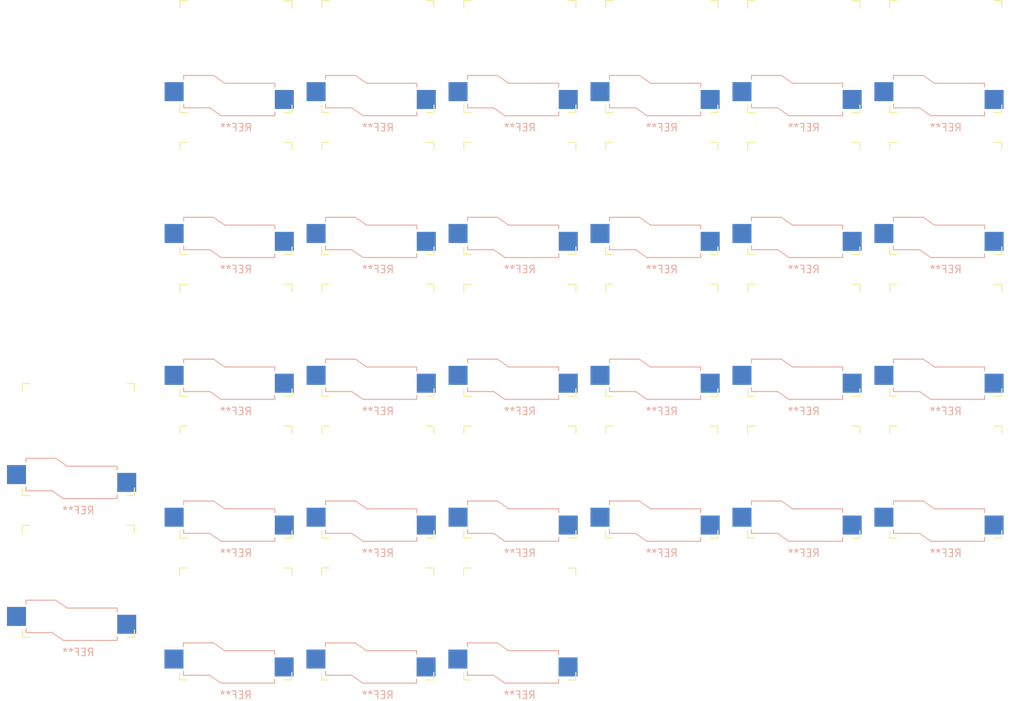
<source format=kicad_pcb>
(kicad_pcb (version 20240108) (generator "pcbnew") (generator_version "8.0")
  (layers (0 "F.Cu" signal) (31 "B.Cu" signal) (34 "B.Paste" user) (35 "F.Paste" user) (36 "B.SilkS" user "B.Silkscreen") (37 "F.SilkS" user "F.Silkscreen") (38 "B.Mask" user) (39 "F.Mask" user) (44 "Edge.Cuts" user))
  (net 0 "")
  (footprint "lowProfileSplit:Gateron_Low_Profile_Socket" (layer "F.Cu") (at 145.475 133.5)
    (property "Reference" "REF**" (at 0 9.5 0) (layer "B.SilkS") (effects (justify mirror)))
    (property "Value" "Gateron_Low_Profile_Socket")
    (pad "" np_thru_hole circle (at -4.4 4.7) (size 3 3) (drill 3) (layers "F&B.Cu" "*.Mask"))
    (pad "" np_thru_hole circle (at 0 0) (size 5.1 5.1) (drill 5.1) (layers "F&B.Cu" "*.Mask"))
    (pad "" np_thru_hole circle (at 2.6 5.75) (size 3 3) (drill 3) (layers "F&B.Cu" "*.Mask"))
    (pad "1" smd rect (at -8.275 4.7) (size 2.55 2.55) (layers "B.Cu" "B.Paste" "B.Mask"))
    (pad "2" smd rect (at 6.475 5.75) (size 2.55 2.55) (layers "B.Cu" "B.Paste" "B.Mask"))
  )
  (footprint "lowProfileSplit:Gateron_Low_Profile_Socket" (layer "F.Cu") (at 183.5 114.5)
    (property "Reference" "REF**" (at 0 9.5 0) (layer "B.SilkS") (effects (justify mirror)))
    (property "Value" "Gateron_Low_Profile_Socket")
    (pad "" np_thru_hole circle (at -4.4 4.7) (size 3 3) (drill 3) (layers "F&B.Cu" "*.Mask"))
    (pad "" np_thru_hole circle (at 0 0) (size 5.1 5.1) (drill 5.1) (layers "F&B.Cu" "*.Mask"))
    (pad "" np_thru_hole circle (at 2.6 5.75) (size 3 3) (drill 3) (layers "F&B.Cu" "*.Mask"))
    (pad "1" smd rect (at -8.275 4.7) (size 2.55 2.55) (layers "B.Cu" "B.Paste" "B.Mask"))
    (pad "2" smd rect (at 6.475 5.75) (size 2.55 2.55) (layers "B.Cu" "B.Paste" "B.Mask"))
  )
  (footprint "lowProfileSplit:Gateron_Low_Profile_Socket" (layer "F.Cu") (at 126.5 114.5)
    (property "Reference" "REF**" (at 0 9.5 0) (layer "B.SilkS") (effects (justify mirror)))
    (property "Value" "Gateron_Low_Profile_Socket")
    (pad "" np_thru_hole circle (at -4.4 4.7) (size 3 3) (drill 3) (layers "F&B.Cu" "*.Mask"))
    (pad "" np_thru_hole circle (at 0 0) (size 5.1 5.1) (drill 5.1) (layers "F&B.Cu" "*.Mask"))
    (pad "" np_thru_hole circle (at 2.6 5.75) (size 3 3) (drill 3) (layers "F&B.Cu" "*.Mask"))
    (pad "1" smd rect (at -8.275 4.7) (size 2.55 2.55) (layers "B.Cu" "B.Paste" "B.Mask"))
    (pad "2" smd rect (at 6.475 5.75) (size 2.55 2.55) (layers "B.Cu" "B.Paste" "B.Mask"))
  )
  (footprint "lowProfileSplit:Gateron_Low_Profile_Socket" (layer "F.Cu") (at 107.5 95.5)
    (property "Reference" "REF**" (at 0 9.5 0) (layer "B.SilkS") (effects (justify mirror)))
    (property "Value" "Gateron_Low_Profile_Socket")
    (pad "" np_thru_hole circle (at -4.4 4.7) (size 3 3) (drill 3) (layers "F&B.Cu" "*.Mask"))
    (pad "" np_thru_hole circle (at 0 0) (size 5.1 5.1) (drill 5.1) (layers "F&B.Cu" "*.Mask"))
    (pad "" np_thru_hole circle (at 2.6 5.75) (size 3 3) (drill 3) (layers "F&B.Cu" "*.Mask"))
    (pad "1" smd rect (at -8.275 4.7) (size 2.55 2.55) (layers "B.Cu" "B.Paste" "B.Mask"))
    (pad "2" smd rect (at 6.475 5.75) (size 2.55 2.55) (layers "B.Cu" "B.Paste" "B.Mask"))
  )
  (footprint "lowProfileSplit:Gateron_Low_Profile_Socket" (layer "F.Cu") (at 126.475 133.5)
    (property "Reference" "REF**" (at 0 9.5 0) (layer "B.SilkS") (effects (justify mirror)))
    (property "Value" "Gateron_Low_Profile_Socket")
    (pad "" np_thru_hole circle (at -4.4 4.7) (size 3 3) (drill 3) (layers "F&B.Cu" "*.Mask"))
    (pad "" np_thru_hole circle (at 0 0) (size 5.1 5.1) (drill 5.1) (layers "F&B.Cu" "*.Mask"))
    (pad "" np_thru_hole circle (at 2.6 5.75) (size 3 3) (drill 3) (layers "F&B.Cu" "*.Mask"))
    (pad "1" smd rect (at -8.275 4.7) (size 2.55 2.55) (layers "B.Cu" "B.Paste" "B.Mask"))
    (pad "2" smd rect (at 6.475 5.75) (size 2.55 2.55) (layers "B.Cu" "B.Paste" "B.Mask"))
  )
  (footprint "lowProfileSplit:Gateron_Low_Profile_Socket" (layer "F.Cu") (at 107.5 76.5)
    (property "Reference" "REF**" (at 0 9.5 0) (layer "B.SilkS") (effects (justify mirror)))
    (property "Value" "Gateron_Low_Profile_Socket")
    (pad "" np_thru_hole circle (at -4.4 4.7) (size 3 3) (drill 3) (layers "F&B.Cu" "*.Mask"))
    (pad "" np_thru_hole circle (at 0 0) (size 5.1 5.1) (drill 5.1) (layers "F&B.Cu" "*.Mask"))
    (pad "" np_thru_hole circle (at 2.6 5.75) (size 3 3) (drill 3) (layers "F&B.Cu" "*.Mask"))
    (pad "1" smd rect (at -8.275 4.7) (size 2.55 2.55) (layers "B.Cu" "B.Paste" "B.Mask"))
    (pad "2" smd rect (at 6.475 5.75) (size 2.55 2.55) (layers "B.Cu" "B.Paste" "B.Mask"))
  )
  (footprint "lowProfileSplit:Gateron_Low_Profile_Socket" (layer "F.Cu") (at 107.5 114.5)
    (property "Reference" "REF**" (at 0 9.5 0) (layer "B.SilkS") (effects (justify mirror)))
    (property "Value" "Gateron_Low_Profile_Socket")
    (pad "" np_thru_hole circle (at -4.4 4.7) (size 3 3) (drill 3) (layers "F&B.Cu" "*.Mask"))
    (pad "" np_thru_hole circle (at 0 0) (size 5.1 5.1) (drill 5.1) (layers "F&B.Cu" "*.Mask"))
    (pad "" np_thru_hole circle (at 2.6 5.75) (size 3 3) (drill 3) (layers "F&B.Cu" "*.Mask"))
    (pad "1" smd rect (at -8.275 4.7) (size 2.55 2.55) (layers "B.Cu" "B.Paste" "B.Mask"))
    (pad "2" smd rect (at 6.475 5.75) (size 2.55 2.55) (layers "B.Cu" "B.Paste" "B.Mask"))
  )
  (footprint "lowProfileSplit:Gateron_Low_Profile_Socket" (layer "F.Cu") (at 202.5 114.5)
    (property "Reference" "REF**" (at 0 9.5 0) (layer "B.SilkS") (effects (justify mirror)))
    (property "Value" "Gateron_Low_Profile_Socket")
    (pad "" np_thru_hole circle (at -4.4 4.7) (size 3 3) (drill 3) (layers "F&B.Cu" "*.Mask"))
    (pad "" np_thru_hole circle (at 0 0) (size 5.1 5.1) (drill 5.1) (layers "F&B.Cu" "*.Mask"))
    (pad "" np_thru_hole circle (at 2.6 5.75) (size 3 3) (drill 3) (layers "F&B.Cu" "*.Mask"))
    (pad "1" smd rect (at -8.275 4.7) (size 2.55 2.55) (layers "B.Cu" "B.Paste" "B.Mask"))
    (pad "2" smd rect (at 6.475 5.75) (size 2.55 2.55) (layers "B.Cu" "B.Paste" "B.Mask"))
  )
  (footprint "lowProfileSplit:Gateron_Low_Profile_Socket" (layer "F.Cu") (at 107.5 57.5)
    (property "Reference" "REF**" (at 0 9.5 0) (layer "B.SilkS") (effects (justify mirror)))
    (property "Value" "Gateron_Low_Profile_Socket")
    (pad "" np_thru_hole circle (at -4.4 4.7) (size 3 3) (drill 3) (layers "F&B.Cu" "*.Mask"))
    (pad "" np_thru_hole circle (at 0 0) (size 5.1 5.1) (drill 5.1) (layers "F&B.Cu" "*.Mask"))
    (pad "" np_thru_hole circle (at 2.6 5.75) (size 3 3) (drill 3) (layers "F&B.Cu" "*.Mask"))
    (pad "1" smd rect (at -8.275 4.7) (size 2.55 2.55) (layers "B.Cu" "B.Paste" "B.Mask"))
    (pad "2" smd rect (at 6.475 5.75) (size 2.55 2.55) (layers "B.Cu" "B.Paste" "B.Mask"))
  )
  (footprint "lowProfileSplit:Gateron_Low_Profile_Socket" (layer "F.Cu") (at 145.5 57.5)
    (property "Reference" "REF**" (at 0 9.5 0) (layer "B.SilkS") (effects (justify mirror)))
    (property "Value" "Gateron_Low_Profile_Socket")
    (pad "" np_thru_hole circle (at -4.4 4.7) (size 3 3) (drill 3) (layers "F&B.Cu" "*.Mask"))
    (pad "" np_thru_hole circle (at 0 0) (size 5.1 5.1) (drill 5.1) (layers "F&B.Cu" "*.Mask"))
    (pad "" np_thru_hole circle (at 2.6 5.75) (size 3 3) (drill 3) (layers "F&B.Cu" "*.Mask"))
    (pad "1" smd rect (at -8.275 4.7) (size 2.55 2.55) (layers "B.Cu" "B.Paste" "B.Mask"))
    (pad "2" smd rect (at 6.475 5.75) (size 2.55 2.55) (layers "B.Cu" "B.Paste" "B.Mask"))
  )
  (footprint "lowProfileSplit:Gateron_Low_Profile_Socket" (layer "F.Cu") (at 202.5 95.5)
    (property "Reference" "REF**" (at 0 9.5 0) (layer "B.SilkS") (effects (justify mirror)))
    (property "Value" "Gateron_Low_Profile_Socket")
    (pad "" np_thru_hole circle (at -4.4 4.7) (size 3 3) (drill 3) (layers "F&B.Cu" "*.Mask"))
    (pad "" np_thru_hole circle (at 0 0) (size 5.1 5.1) (drill 5.1) (layers "F&B.Cu" "*.Mask"))
    (pad "" np_thru_hole circle (at 2.6 5.75) (size 3 3) (drill 3) (layers "F&B.Cu" "*.Mask"))
    (pad "1" smd rect (at -8.275 4.7) (size 2.55 2.55) (layers "B.Cu" "B.Paste" "B.Mask"))
    (pad "2" smd rect (at 6.475 5.75) (size 2.55 2.55) (layers "B.Cu" "B.Paste" "B.Mask"))
  )
  (footprint "lowProfileSplit:Gateron_Low_Profile_Socket" (layer "F.Cu") (at 164.5 114.5)
    (property "Reference" "REF**" (at 0 9.5 0) (layer "B.SilkS") (effects (justify mirror)))
    (property "Value" "Gateron_Low_Profile_Socket")
    (pad "" np_thru_hole circle (at -4.4 4.7) (size 3 3) (drill 3) (layers "F&B.Cu" "*.Mask"))
    (pad "" np_thru_hole circle (at 0 0) (size 5.1 5.1) (drill 5.1) (layers "F&B.Cu" "*.Mask"))
    (pad "" np_thru_hole circle (at 2.6 5.75) (size 3 3) (drill 3) (layers "F&B.Cu" "*.Mask"))
    (pad "1" smd rect (at -8.275 4.7) (size 2.55 2.55) (layers "B.Cu" "B.Paste" "B.Mask"))
    (pad "2" smd rect (at 6.475 5.75) (size 2.55 2.55) (layers "B.Cu" "B.Paste" "B.Mask"))
  )
  (footprint "lowProfileSplit:Gateron_Low_Profile_Socket" (layer "F.Cu") (at 126.5 57.5)
    (property "Reference" "REF**" (at 0 9.5 0) (layer "B.SilkS") (effects (justify mirror)))
    (property "Value" "Gateron_Low_Profile_Socket")
    (pad "" np_thru_hole circle (at -4.4 4.7) (size 3 3) (drill 3) (layers "F&B.Cu" "*.Mask"))
    (pad "" np_thru_hole circle (at 0 0) (size 5.1 5.1) (drill 5.1) (layers "F&B.Cu" "*.Mask"))
    (pad "" np_thru_hole circle (at 2.6 5.75) (size 3 3) (drill 3) (layers "F&B.Cu" "*.Mask"))
    (pad "1" smd rect (at -8.275 4.7) (size 2.55 2.55) (layers "B.Cu" "B.Paste" "B.Mask"))
    (pad "2" smd rect (at 6.475 5.75) (size 2.55 2.55) (layers "B.Cu" "B.Paste" "B.Mask"))
  )
  (footprint "lowProfileSplit:Gateron_Low_Profile_Socket" (layer "F.Cu") (at 126.5 95.5)
    (property "Reference" "REF**" (at 0 9.5 0) (layer "B.SilkS") (effects (justify mirror)))
    (property "Value" "Gateron_Low_Profile_Socket")
    (pad "" np_thru_hole circle (at -4.4 4.7) (size 3 3) (drill 3) (layers "F&B.Cu" "*.Mask"))
    (pad "" np_thru_hole circle (at 0 0) (size 5.1 5.1) (drill 5.1) (layers "F&B.Cu" "*.Mask"))
    (pad "" np_thru_hole circle (at 2.6 5.75) (size 3 3) (drill 3) (layers "F&B.Cu" "*.Mask"))
    (pad "1" smd rect (at -8.275 4.7) (size 2.55 2.55) (layers "B.Cu" "B.Paste" "B.Mask"))
    (pad "2" smd rect (at 6.475 5.75) (size 2.55 2.55) (layers "B.Cu" "B.Paste" "B.Mask"))
  )
  (footprint "lowProfileSplit:Gateron_Low_Profile_Socket" (layer "F.Cu") (at 183.5 76.5)
    (property "Reference" "REF**" (at 0 9.5 0) (layer "B.SilkS") (effects (justify mirror)))
    (property "Value" "Gateron_Low_Profile_Socket")
    (pad "" np_thru_hole circle (at -4.4 4.7) (size 3 3) (drill 3) (layers "F&B.Cu" "*.Mask"))
    (pad "" np_thru_hole circle (at 0 0) (size 5.1 5.1) (drill 5.1) (layers "F&B.Cu" "*.Mask"))
    (pad "" np_thru_hole circle (at 2.6 5.75) (size 3 3) (drill 3) (layers "F&B.Cu" "*.Mask"))
    (pad "1" smd rect (at -8.275 4.7) (size 2.55 2.55) (layers "B.Cu" "B.Paste" "B.Mask"))
    (pad "2" smd rect (at 6.475 5.75) (size 2.55 2.55) (layers "B.Cu" "B.Paste" "B.Mask"))
  )
  (footprint "lowProfileSplit:Gateron_Low_Profile_Socket" (layer "F.Cu") (at 126.5 76.5)
    (property "Reference" "REF**" (at 0 9.5 0) (layer "B.SilkS") (effects (justify mirror)))
    (property "Value" "Gateron_Low_Profile_Socket")
    (pad "" np_thru_hole circle (at -4.4 4.7) (size 3 3) (drill 3) (layers "F&B.Cu" "*.Mask"))
    (pad "" np_thru_hole circle (at 0 0) (size 5.1 5.1) (drill 5.1) (layers "F&B.Cu" "*.Mask"))
    (pad "" np_thru_hole circle (at 2.6 5.75) (size 3 3) (drill 3) (layers "F&B.Cu" "*.Mask"))
    (pad "1" smd rect (at -8.275 4.7) (size 2.55 2.55) (layers "B.Cu" "B.Paste" "B.Mask"))
    (pad "2" smd rect (at 6.475 5.75) (size 2.55 2.55) (layers "B.Cu" "B.Paste" "B.Mask"))
  )
  (footprint "lowProfileSplit:Gateron_Low_Profile_Socket" (layer "F.Cu") (at 164.5 76.5)
    (property "Reference" "REF**" (at 0 9.5 0) (layer "B.SilkS") (effects (justify mirror)))
    (property "Value" "Gateron_Low_Profile_Socket")
    (pad "" np_thru_hole circle (at -4.4 4.7) (size 3 3) (drill 3) (layers "F&B.Cu" "*.Mask"))
    (pad "" np_thru_hole circle (at 0 0) (size 5.1 5.1) (drill 5.1) (layers "F&B.Cu" "*.Mask"))
    (pad "" np_thru_hole circle (at 2.6 5.75) (size 3 3) (drill 3) (layers "F&B.Cu" "*.Mask"))
    (pad "1" smd rect (at -8.275 4.7) (size 2.55 2.55) (layers "B.Cu" "B.Paste" "B.Mask"))
    (pad "2" smd rect (at 6.475 5.75) (size 2.55 2.55) (layers "B.Cu" "B.Paste" "B.Mask"))
  )
  (footprint "lowProfileSplit:Gateron_Low_Profile_Socket" (layer "F.Cu") (at 164.5 95.5)
    (property "Reference" "REF**" (at 0 9.5 0) (layer "B.SilkS") (effects (justify mirror)))
    (property "Value" "Gateron_Low_Profile_Socket")
    (pad "" np_thru_hole circle (at -4.4 4.7) (size 3 3) (drill 3) (layers "F&B.Cu" "*.Mask"))
    (pad "" np_thru_hole circle (at 0 0) (size 5.1 5.1) (drill 5.1) (layers "F&B.Cu" "*.Mask"))
    (pad "" np_thru_hole circle (at 2.6 5.75) (size 3 3) (drill 3) (layers "F&B.Cu" "*.Mask"))
    (pad "1" smd rect (at -8.275 4.7) (size 2.55 2.55) (layers "B.Cu" "B.Paste" "B.Mask"))
    (pad "2" smd rect (at 6.475 5.75) (size 2.55 2.55) (layers "B.Cu" "B.Paste" "B.Mask"))
  )
  (footprint "lowProfileSplit:Gateron_Low_Profile_Socket" (layer "F.Cu") (at 164.5 57.5)
    (property "Reference" "REF**" (at 0 9.5 0) (layer "B.SilkS") (effects (justify mirror)))
    (property "Value" "Gateron_Low_Profile_Socket")
    (pad "" np_thru_hole circle (at -4.4 4.7) (size 3 3) (drill 3) (layers "F&B.Cu" "*.Mask"))
    (pad "" np_thru_hole circle (at 0 0) (size 5.1 5.1) (drill 5.1) (layers "F&B.Cu" "*.Mask"))
    (pad "" np_thru_hole circle (at 2.6 5.75) (size 3 3) (drill 3) (layers "F&B.Cu" "*.Mask"))
    (pad "1" smd rect (at -8.275 4.7) (size 2.55 2.55) (layers "B.Cu" "B.Paste" "B.Mask"))
    (pad "2" smd rect (at 6.475 5.75) (size 2.55 2.55) (layers "B.Cu" "B.Paste" "B.Mask"))
  )
  (footprint "lowProfileSplit:Gateron_Low_Profile_Socket" (layer "F.Cu") (at 202.5 76.5)
    (property "Reference" "REF**" (at 0 9.5 0) (layer "B.SilkS") (effects (justify mirror)))
    (property "Value" "Gateron_Low_Profile_Socket")
    (pad "" np_thru_hole circle (at -4.4 4.7) (size 3 3) (drill 3) (layers "F&B.Cu" "*.Mask"))
    (pad "" np_thru_hole circle (at 0 0) (size 5.1 5.1) (drill 5.1) (layers "F&B.Cu" "*.Mask"))
    (pad "" np_thru_hole circle (at 2.6 5.75) (size 3 3) (drill 3) (layers "F&B.Cu" "*.Mask"))
    (pad "1" smd rect (at -8.275 4.7) (size 2.55 2.55) (layers "B.Cu" "B.Paste" "B.Mask"))
    (pad "2" smd rect (at 6.475 5.75) (size 2.55 2.55) (layers "B.Cu" "B.Paste" "B.Mask"))
  )
  (footprint "lowProfileSplit:Gateron_Low_Profile_Socket" (layer "F.Cu") (at 107.475 133.5)
    (property "Reference" "REF**" (at 0 9.5 0) (layer "B.SilkS") (effects (justify mirror)))
    (property "Value" "Gateron_Low_Profile_Socket")
    (pad "" np_thru_hole circle (at -4.4 4.7) (size 3 3) (drill 3) (layers "F&B.Cu" "*.Mask"))
    (pad "" np_thru_hole circle (at 0 0) (size 5.1 5.1) (drill 5.1) (layers "F&B.Cu" "*.Mask"))
    (pad "" np_thru_hole circle (at 2.6 5.75) (size 3 3) (drill 3) (layers "F&B.Cu" "*.Mask"))
    (pad "1" smd rect (at -8.275 4.7) (size 2.55 2.55) (layers "B.Cu" "B.Paste" "B.Mask"))
    (pad "2" smd rect (at 6.475 5.75) (size 2.55 2.55) (layers "B.Cu" "B.Paste" "B.Mask"))
  )
  (footprint "lowProfileSplit:Gateron_Low_Profile_Socket" (layer "F.Cu") (at 86.4 127.79)
    (property "Reference" "REF**" (at 0 9.5 0) (layer "B.SilkS") (effects (justify mirror)))
    (property "Value" "Gateron_Low_Profile_Socket")
    (pad "" np_thru_hole circle (at -4.4 4.7) (size 3 3) (drill 3) (layers "F&B.Cu" "*.Mask"))
    (pad "" np_thru_hole circle (at 0 0) (size 5.1 5.1) (drill 5.1) (layers "F&B.Cu" "*.Mask"))
    (pad "" np_thru_hole circle (at 2.6 5.75) (size 3 3) (drill 3) (layers "F&B.Cu" "*.Mask"))
    (pad "1" smd rect (at -8.275 4.7) (size 2.55 2.55) (layers "B.Cu" "B.Paste" "B.Mask"))
    (pad "2" smd rect (at 6.475 5.75) (size 2.55 2.55) (layers "B.Cu" "B.Paste" "B.Mask"))
  )
  (footprint "lowProfileSplit:Gateron_Low_Profile_Socket" (layer "F.Cu") (at 145.5 114.5)
    (property "Reference" "REF**" (at 0 9.5 0) (layer "B.SilkS") (effects (justify mirror)))
    (property "Value" "Gateron_Low_Profile_Socket")
    (pad "" np_thru_hole circle (at -4.4 4.7) (size 3 3) (drill 3) (layers "F&B.Cu" "*.Mask"))
    (pad "" np_thru_hole circle (at 0 0) (size 5.1 5.1) (drill 5.1) (layers "F&B.Cu" "*.Mask"))
    (pad "" np_thru_hole circle (at 2.6 5.75) (size 3 3) (drill 3) (layers "F&B.Cu" "*.Mask"))
    (pad "1" smd rect (at -8.275 4.7) (size 2.55 2.55) (layers "B.Cu" "B.Paste" "B.Mask"))
    (pad "2" smd rect (at 6.475 5.75) (size 2.55 2.55) (layers "B.Cu" "B.Paste" "B.Mask"))
  )
  (footprint "lowProfileSplit:Gateron_Low_Profile_Socket" (layer "F.Cu") (at 145.5 76.5)
    (property "Reference" "REF**" (at 0 9.5 0) (layer "B.SilkS") (effects (justify mirror)))
    (property "Value" "Gateron_Low_Profile_Socket")
    (pad "" np_thru_hole circle (at -4.4 4.7) (size 3 3) (drill 3) (layers "F&B.Cu" "*.Mask"))
    (pad "" np_thru_hole circle (at 0 0) (size 5.1 5.1) (drill 5.1) (layers "F&B.Cu" "*.Mask"))
    (pad "" np_thru_hole circle (at 2.6 5.75) (size 3 3) (drill 3) (layers "F&B.Cu" "*.Mask"))
    (pad "1" smd rect (at -8.275 4.7) (size 2.55 2.55) (layers "B.Cu" "B.Paste" "B.Mask"))
    (pad "2" smd rect (at 6.475 5.75) (size 2.55 2.55) (layers "B.Cu" "B.Paste" "B.Mask"))
  )
  (footprint "lowProfileSplit:Gateron_Low_Profile_Socket" (layer "F.Cu") (at 183.5 95.5)
    (property "Reference" "REF**" (at 0 9.5 0) (layer "B.SilkS") (effects (justify mirror)))
    (property "Value" "Gateron_Low_Profile_Socket")
    (pad "" np_thru_hole circle (at -4.4 4.7) (size 3 3) (drill 3) (layers "F&B.Cu" "*.Mask"))
    (pad "" np_thru_hole circle (at 0 0) (size 5.1 5.1) (drill 5.1) (layers "F&B.Cu" "*.Mask"))
    (pad "" np_thru_hole circle (at 2.6 5.75) (size 3 3) (drill 3) (layers "F&B.Cu" "*.Mask"))
    (pad "1" smd rect (at -8.275 4.7) (size 2.55 2.55) (layers "B.Cu" "B.Paste" "B.Mask"))
    (pad "2" smd rect (at 6.475 5.75) (size 2.55 2.55) (layers "B.Cu" "B.Paste" "B.Mask"))
  )
  (footprint "lowProfileSplit:Gateron_Low_Profile_Socket" (layer "F.Cu") (at 86.4 108.79)
    (property "Reference" "REF**" (at 0 9.5 0) (layer "B.SilkS") (effects (justify mirror)))
    (property "Value" "Gateron_Low_Profile_Socket")
    (pad "" np_thru_hole circle (at -4.4 4.7) (size 3 3) (drill 3) (layers "F&B.Cu" "*.Mask"))
    (pad "" np_thru_hole circle (at 0 0) (size 5.1 5.1) (drill 5.1) (layers "F&B.Cu" "*.Mask"))
    (pad "" np_thru_hole circle (at 2.6 5.75) (size 3 3) (drill 3) (layers "F&B.Cu" "*.Mask"))
    (pad "1" smd rect (at -8.275 4.7) (size 2.55 2.55) (layers "B.Cu" "B.Paste" "B.Mask"))
    (pad "2" smd rect (at 6.475 5.75) (size 2.55 2.55) (layers "B.Cu" "B.Paste" "B.Mask"))
  )
  (footprint "lowProfileSplit:Gateron_Low_Profile_Socket" (layer "F.Cu") (at 183.5 57.5)
    (property "Reference" "REF**" (at 0 9.5 0) (layer "B.SilkS") (effects (justify mirror)))
    (property "Value" "Gateron_Low_Profile_Socket")
    (pad "" np_thru_hole circle (at -4.4 4.7) (size 3 3) (drill 3) (layers "F&B.Cu" "*.Mask"))
    (pad "" np_thru_hole circle (at 0 0) (size 5.1 5.1) (drill 5.1) (layers "F&B.Cu" "*.Mask"))
    (pad "" np_thru_hole circle (at 2.6 5.75) (size 3 3) (drill 3) (layers "F&B.Cu" "*.Mask"))
    (pad "1" smd rect (at -8.275 4.7) (size 2.55 2.55) (layers "B.Cu" "B.Paste" "B.Mask"))
    (pad "2" smd rect (at 6.475 5.75) (size 2.55 2.55) (layers "B.Cu" "B.Paste" "B.Mask"))
  )
  (footprint "lowProfileSplit:Gateron_Low_Profile_Socket" (layer "F.Cu") (at 202.5 57.5)
    (property "Reference" "REF**" (at 0 9.5 0) (layer "B.SilkS") (effects (justify mirror)))
    (property "Value" "Gateron_Low_Profile_Socket")
    (pad "" np_thru_hole circle (at -4.4 4.7) (size 3 3) (drill 3) (layers "F&B.Cu" "*.Mask"))
    (pad "" np_thru_hole circle (at 0 0) (size 5.1 5.1) (drill 5.1) (layers "F&B.Cu" "*.Mask"))
    (pad "" np_thru_hole circle (at 2.6 5.75) (size 3 3) (drill 3) (layers "F&B.Cu" "*.Mask"))
    (pad "1" smd rect (at -8.275 4.7) (size 2.55 2.55) (layers "B.Cu" "B.Paste" "B.Mask"))
    (pad "2" smd rect (at 6.475 5.75) (size 2.55 2.55) (layers "B.Cu" "B.Paste" "B.Mask"))
  )
  (footprint "lowProfileSplit:Gateron_Low_Profile_Socket" (layer "F.Cu") (at 145.5 95.5)
    (property "Reference" "REF**" (at 0 9.5 0) (layer "B.SilkS") (effects (justify mirror)))
    (property "Value" "Gateron_Low_Profile_Socket")
    (pad "" np_thru_hole circle (at -4.4 4.7) (size 3 3) (drill 3) (layers "F&B.Cu" "*.Mask"))
    (pad "" np_thru_hole circle (at 0 0) (size 5.1 5.1) (drill 5.1) (layers "F&B.Cu" "*.Mask"))
    (pad "" np_thru_hole circle (at 2.6 5.75) (size 3 3) (drill 3) (layers "F&B.Cu" "*.Mask"))
    (pad "1" smd rect (at -8.275 4.7) (size 2.55 2.55) (layers "B.Cu" "B.Paste" "B.Mask"))
    (pad "2" smd rect (at 6.475 5.75) (size 2.55 2.55) (layers "B.Cu" "B.Paste" "B.Mask"))
  )
)
</source>
